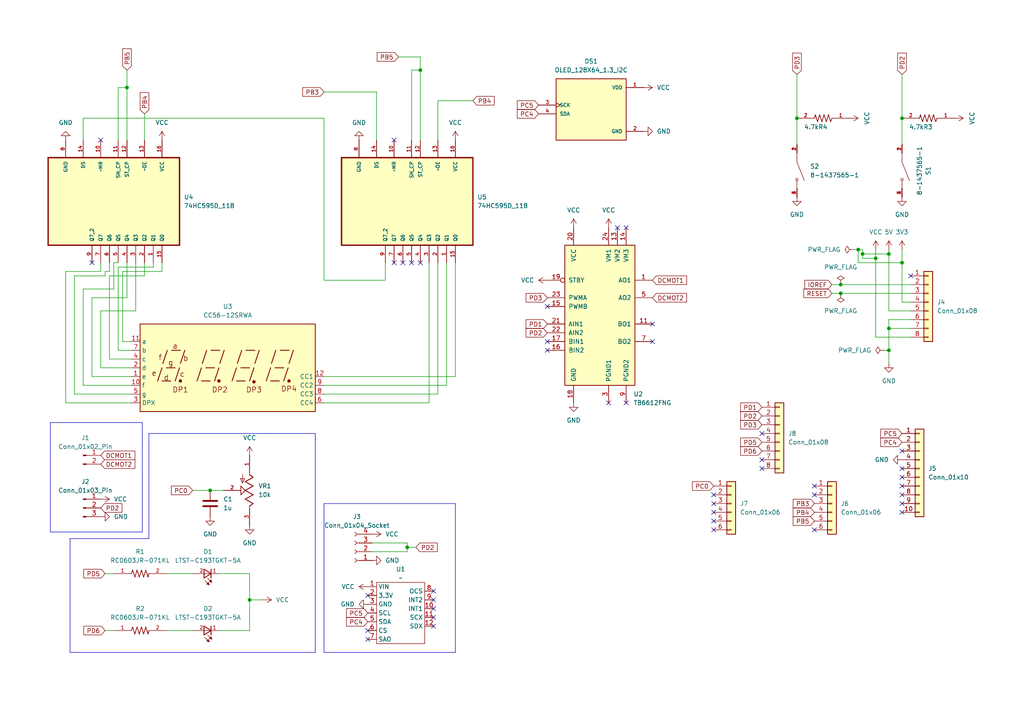
<source format=kicad_sch>
(kicad_sch (version 20250114) (generator "eeschema") (generator_version "9.0")
  (paper "A4")
  (lib_symbols
    (symbol "3362P-1-103LF:3362P-1-103LF" (pin_names (offset 1.016))
      (property "Reference" "VR" (at -10.1818 2.5465 0))
      (property "Value" "3362P-1-103LF" (at -10.1645 -7.6423 0))
      (symbol "3362P-1-103LF_0_0"
        (pin passive line (at -10.16 0 0) (length 5.08) (name "~") (number "1"))
        (pin passive line (at 0 -7.62 90) (length 5.08) (name "~") (number "2"))
        (pin passive line (at 10.16 0 180) (length 5.08) (name "~") (number "3"))
      )
    )
    (symbol "74HC595D_118:74HC595D_118" (pin_names (offset 1.016))
      (property "Reference" "U" (at -5.0872 17.9578 0))
      (property "Value" "74HC595D_118" (at -3.6383 -27.6558 0))
      (symbol "74HC595D_118_0_0"
        (pin power_in line (at -17.78 10.16 0) (length 5.08) (name "VCC") (number "16"))
        (pin input line (at -17.78 5.08 0) (length 5.08) (name "~OE") (number "13"))
        (pin input line (at -17.78 0 0) (length 5.08) (name "ST_CP") (number "12"))
        (pin input line (at -17.78 -2.54 0) (length 5.08) (name "SH_CP") (number "11"))
        (pin input line (at -17.78 -7.62 0) (length 5.08) (name "~MR") (number "10"))
        (pin input line (at -17.78 -12.7 0) (length 5.08) (name "DS") (number "14"))
        (pin passive line (at -17.78 -17.78 0) (length 5.08) (name "GND") (number "8"))
        (pin output line (at 17.78 10.16 180) (length 5.08) (name "Q0") (number "15"))
        (pin output line (at 17.78 7.62 180) (length 5.08) (name "Q1") (number "1"))
        (pin output line (at 17.78 5.08 180) (length 5.08) (name "Q2") (number "2"))
        (pin output line (at 17.78 2.54 180) (length 5.08) (name "Q3") (number "3"))
        (pin output line (at 17.78 0 180) (length 5.08) (name "Q4") (number "4"))
        (pin output line (at 17.78 -2.54 180) (length 5.08) (name "Q5") (number "5"))
        (pin output line (at 17.78 -5.08 180) (length 5.08) (name "Q6") (number "6"))
        (pin output line (at 17.78 -7.62 180) (length 5.08) (name "Q7") (number "7"))
        (pin output line (at 17.78 -10.16 180) (length 5.08) (name "Q7_2") (number "9"))
      )
    )
    (symbol "8-1437565-1:8-1437565-1" (pin_names (offset 1.016))
      (property "Reference" "S" (at -2.54 2.54 0))
      (property "Value" "8-1437565-1" (at -2.54 -2.54 0))
      (symbol "8-1437565-1_0_0"
        (pin passive line (at -7.62 0 0) (length 2.54) (name "~") (number "1"))
        (pin passive line (at -7.62 0 0) (length 2.54) (name "~") (number "2"))
        (pin passive line (at 7.62 0 180) (length 2.54) (name "~") (number "3"))
        (pin passive line (at 7.62 0 180) (length 2.54) (name "~") (number "4"))
      )
    )
    (symbol "Connector:Conn_01x02_Pin" (pin_names (offset 1.016) (hide yes))
      (property "Reference" "J" (at 0 2.54 0))
      (property "Value" "Conn_01x02_Pin" (at 0 -5.08 0))
      (symbol "Conn_01x02_Pin_1_1"
        (pin passive line (at 5.08 0 180) (length 3.81) (name "Pin_1") (number "1"))
        (pin passive line (at 5.08 -2.54 180) (length 3.81) (name "Pin_2") (number "2"))
      )
    )
    (symbol "Connector:Conn_01x03_Pin" (pin_names (offset 1.016) (hide yes))
      (property "Reference" "J" (at 0 5.08 0))
      (property "Value" "Conn_01x03_Pin" (at 0 -5.08 0))
      (symbol "Conn_01x03_Pin_1_1"
        (pin passive line (at 5.08 2.54 180) (length 3.81) (name "Pin_1") (number "1"))
        (pin passive line (at 5.08 0 180) (length 3.81) (name "Pin_2") (number "2"))
        (pin passive line (at 5.08 -2.54 180) (length 3.81) (name "Pin_3") (number "3"))
      )
    )
    (symbol "Connector:Conn_01x04_Socket" (pin_names (offset 1.016) (hide yes))
      (property "Reference" "J" (at 0 5.08 0))
      (property "Value" "Conn_01x04_Socket" (at 0 -7.62 0))
      (symbol "Conn_01x04_Socket_1_1"
        (pin passive line (at -5.08 2.54 0) (length 3.81) (name "Pin_1") (number "1"))
        (pin passive line (at -5.08 0 0) (length 3.81) (name "Pin_2") (number "2"))
        (pin passive line (at -5.08 -2.54 0) (length 3.81) (name "Pin_3") (number "3"))
        (pin passive line (at -5.08 -5.08 0) (length 3.81) (name "Pin_4") (number "4"))
      )
    )
    (symbol "Connector_Generic:Conn_01x06" (pin_names (offset 1.016) (hide yes))
      (property "Reference" "J" (at 0 7.62 0))
      (property "Value" "Conn_01x06" (at 0 -10.16 0))
      (symbol "Conn_01x06_1_1"
        (pin passive line (at -5.08 5.08 0) (length 3.81) (name "Pin_1") (number "1"))
        (pin passive line (at -5.08 2.54 0) (length 3.81) (name "Pin_2") (number "2"))
        (pin passive line (at -5.08 0 0) (length 3.81) (name "Pin_3") (number "3"))
        (pin passive line (at -5.08 -2.54 0) (length 3.81) (name "Pin_4") (number "4"))
        (pin passive line (at -5.08 -5.08 0) (length 3.81) (name "Pin_5") (number "5"))
        (pin passive line (at -5.08 -7.62 0) (length 3.81) (name "Pin_6") (number "6"))
      )
    )
    (symbol "Connector_Generic:Conn_01x08" (pin_names (offset 1.016) (hide yes))
      (property "Reference" "J" (at 0 10.16 0))
      (property "Value" "Conn_01x08" (at 0 -12.7 0))
      (symbol "Conn_01x08_1_1"
        (pin passive line (at -5.08 7.62 0) (length 3.81) (name "Pin_1") (number "1"))
        (pin passive line (at -5.08 5.08 0) (length 3.81) (name "Pin_2") (number "2"))
        (pin passive line (at -5.08 2.54 0) (length 3.81) (name "Pin_3") (number "3"))
        (pin passive line (at -5.08 0 0) (length 3.81) (name "Pin_4") (number "4"))
        (pin passive line (at -5.08 -2.54 0) (length 3.81) (name "Pin_5") (number "5"))
        (pin passive line (at -5.08 -5.08 0) (length 3.81) (name "Pin_6") (number "6"))
        (pin passive line (at -5.08 -7.62 0) (length 3.81) (name "Pin_7") (number "7"))
        (pin passive line (at -5.08 -10.16 0) (length 3.81) (name "Pin_8") (number "8"))
      )
    )
    (symbol "Connector_Generic:Conn_01x10" (pin_names (offset 1.016) (hide yes))
      (property "Reference" "J" (at 0 12.7 0))
      (property "Value" "Conn_01x10" (at 0 -15.24 0))
      (symbol "Conn_01x10_1_1"
        (pin passive line (at -5.08 10.16 0) (length 3.81) (name "Pin_1") (number "1"))
        (pin passive line (at -5.08 7.62 0) (length 3.81) (name "Pin_2") (number "2"))
        (pin passive line (at -5.08 5.08 0) (length 3.81) (name "Pin_3") (number "3"))
        (pin passive line (at -5.08 2.54 0) (length 3.81) (name "Pin_4") (number "4"))
        (pin passive line (at -5.08 0 0) (length 3.81) (name "Pin_5") (number "5"))
        (pin passive line (at -5.08 -2.54 0) (length 3.81) (name "Pin_6") (number "6"))
        (pin passive line (at -5.08 -5.08 0) (length 3.81) (name "Pin_7") (number "7"))
        (pin passive line (at -5.08 -7.62 0) (length 3.81) (name "Pin_8") (number "8"))
        (pin passive line (at -5.08 -10.16 0) (length 3.81) (name "Pin_9") (number "9"))
        (pin passive line (at -5.08 -12.7 0) (length 3.81) (name "Pin_10") (number "10"))
      )
    )
    (symbol "Device:C" (pin_numbers (hide yes)) (pin_names (offset 0.254))
      (property "Reference" "C" (at 0.635 2.54 0))
      (property "Value" "C" (at 0.635 -2.54 0))
      (symbol "C_1_1"
        (pin passive line (at 0 3.81 270) (length 2.794) (name "~") (number "1"))
        (pin passive line (at 0 -3.81 90) (length 2.794) (name "~") (number "2"))
      )
    )
    (symbol "Display_Character:CC56-12SRWA"
      (property "Reference" "U" (at -24.13 13.97 0))
      (property "Value" "CC56-12SRWA" (at 17.78 13.97 0))
      (symbol "CC56-12SRWA_0_0"
        (text "e" (at -21.336 -1.524 0) (effects (font (size 1.524 1.524))))
        (text "f" (at -19.558 3.048 0) (effects (font (size 1.524 1.524))))
        (text "d" (at -17.78 -2.794 0) (effects (font (size 1.524 1.524))))
        (text "g" (at -16.51 1.524 0) (effects (font (size 1.524 1.524))))
        (text "a" (at -15.24 6.35 0) (effects (font (size 1.524 1.524))))
        (text "DP1" (at -13.716 -6.35 0) (effects (font (size 1.524 1.524))))
        (text "c" (at -13.208 -1.778 0) (effects (font (size 1.524 1.524))))
        (text "b" (at -12.192 2.794 0) (effects (font (size 1.524 1.524))))
        (text "DP2" (at -2.286 -6.35 0) (effects (font (size 1.524 1.524))))
        (text "DP3" (at 7.62 -6.35 0) (effects (font (size 1.524 1.524))))
        (text "DP4" (at 17.78 -6.096 0) (effects (font (size 1.524 1.524))))
      )
      (symbol "CC56-12SRWA_1_1"
        (pin input line (at -27.94 7.62 0) (length 2.54) (name "a") (number "11"))
        (pin input line (at -27.94 5.08 0) (length 2.54) (name "b") (number "7"))
        (pin input line (at -27.94 2.54 0) (length 2.54) (name "c") (number "4"))
        (pin input line (at -27.94 0 0) (length 2.54) (name "d") (number "2"))
        (pin input line (at -27.94 -2.54 0) (length 2.54) (name "e") (number "1"))
        (pin input line (at -27.94 -5.08 0) (length 2.54) (name "f") (number "10"))
        (pin input line (at -27.94 -7.62 0) (length 2.54) (name "g") (number "5"))
        (pin input line (at -27.94 -10.16 0) (length 2.54) (name "DPX") (number "3"))
        (pin input line (at 27.94 -2.54 180) (length 2.54) (name "CC1") (number "12"))
        (pin input line (at 27.94 -5.08 180) (length 2.54) (name "CC2") (number "9"))
        (pin input line (at 27.94 -7.62 180) (length 2.54) (name "CC3") (number "8"))
        (pin input line (at 27.94 -10.16 180) (length 2.54) (name "CC4") (number "6"))
      )
    )
    (symbol "Driver_Motor:TB6612FNG" (pin_names (offset 1.016))
      (property "Reference" "U" (at 11.43 17.78 0))
      (property "Value" "TB6612FNG" (at 11.43 15.24 0))
      (symbol "TB6612FNG_1_1"
        (pin input inverted (at -15.24 10.16 0) (length 5.08) (name "STBY") (number "19"))
        (pin input line (at -15.24 5.08 0) (length 5.08) (name "PWMA") (number "23"))
        (pin input line (at -15.24 2.54 0) (length 5.08) (name "PWMB") (number "15"))
        (pin input line (at -15.24 -2.54 0) (length 5.08) (name "AIN1") (number "21"))
        (pin input line (at -15.24 -5.08 0) (length 5.08) (name "AIN2") (number "22"))
        (pin input line (at -15.24 -7.62 0) (length 5.08) (name "BIN1") (number "17"))
        (pin input line (at -15.24 -10.16 0) (length 5.08) (name "BIN2") (number "16"))
        (pin power_in line (at -7.62 25.4 270) (length 5.08) (name "VCC") (number "20"))
        (pin power_in line (at -7.62 -25.4 90) (length 5.08) (name "GND") (number "18"))
        (pin power_in line (at 2.54 25.4 270) (length 5.08) (name "VM1") (number "24"))
        (pin power_in line (at 2.54 -25.4 90) (length 5.08) (name "PGND1") (number "3"))
        (pin passive line (at 2.54 -25.4 90) (length 5.08) (hide yes) (name "PGND1") (number "4"))
        (pin power_in line (at 5.08 25.4 270) (length 5.08) (name "VM2") (number "13"))
        (pin power_in line (at 7.62 25.4 270) (length 5.08) (name "VM3") (number "14"))
        (pin passive line (at 7.62 -25.4 90) (length 5.08) (hide yes) (name "PGND2") (number "10"))
        (pin power_in line (at 7.62 -25.4 90) (length 5.08) (name "PGND2") (number "9"))
        (pin output line (at 15.24 10.16 180) (length 5.08) (name "AO1") (number "1"))
        (pin passive line (at 15.24 10.16 180) (length 5.08) (hide yes) (name "AO1") (number "2"))
        (pin output line (at 15.24 5.08 180) (length 5.08) (name "AO2") (number "5"))
        (pin passive line (at 15.24 5.08 180) (length 5.08) (hide yes) (name "AO2") (number "6"))
        (pin output line (at 15.24 -2.54 180) (length 5.08) (name "BO1") (number "11"))
        (pin passive line (at 15.24 -2.54 180) (length 5.08) (hide yes) (name "BO1") (number "12"))
        (pin output line (at 15.24 -7.62 180) (length 5.08) (name "BO2") (number "7"))
        (pin passive line (at 15.24 -7.62 180) (length 5.08) (hide yes) (name "BO2") (number "8"))
      )
    )
    (symbol "LTST-C193TGKT-5A:LTST-C193TGKT-5A" (pin_names (offset 1.016))
      (property "Reference" "D" (at 2.5462 2.5462 0))
      (property "Value" "LTST-C193TGKT-5A" (at 2.5467 0 0))
      (symbol "LTST-C193TGKT-5A_0_0"
        (pin passive line (at 0 5.08 270) (length 5.08) (name "~") (number "2"))
        (pin passive line (at 0 -2.54 90) (length 2.54) (name "~") (number "1"))
      )
    )
    (symbol "MODBMI160:MODBMI160"
      (property "Reference" "U" (at 0 0 0))
      (symbol "MODBMI160_1_1"
        (pin power_in line (at -2.54 -2.54 0) (length 2.54) (name "VIN") (number "1"))
        (pin power_in line (at -2.54 -5.08 0) (length 2.54) (name "3.3V") (number "2"))
        (pin power_in line (at -2.54 -7.62 0) (length 2.54) (name "GND") (number "3"))
        (pin input line (at -2.54 -10.16 0) (length 2.54) (name "SCL") (number "4"))
        (pin bidirectional line (at -2.54 -12.7 0) (length 2.54) (name "SDA") (number "5"))
        (pin input line (at -2.54 -15.24 0) (length 2.54) (name "CS") (number "6"))
        (pin bidirectional line (at -2.54 -17.78 0) (length 2.54) (name "SAO") (number "7"))
        (pin bidirectional line (at 16.51 -3.81 180) (length 2.54) (name "OCS") (number "8"))
        (pin output line (at 16.51 -6.35 180) (length 2.54) (name "INT2") (number "9"))
        (pin output line (at 16.51 -8.89 180) (length 2.54) (name "INT1") (number "10"))
        (pin input line (at 16.51 -11.43 180) (length 2.54) (name "SCX") (number "11"))
        (pin bidirectional line (at 16.51 -13.97 180) (length 2.54) (name "SDX") (number "12"))
      )
    )
    (symbol "OLED_128X64_1.3_I2C:OLED_128X64_1.3_I2C" (pin_names (offset 1.016))
      (property "Reference" "DS" (at -10.16 10.922 0))
      (property "Value" "OLED_128X64_1.3_I2C" (at -10.16 -10.16 0))
      (symbol "OLED_128X64_1.3_I2C_0_0"
        (pin input clock (at -15.24 2.54 0) (length 5.08) (name "SCK") (number "3"))
        (pin bidirectional line (at -15.24 0 0) (length 5.08) (name "SDA") (number "4"))
        (pin power_in line (at 15.24 7.62 180) (length 5.08) (name "VDD") (number "1"))
        (pin power_in line (at 15.24 -5.08 180) (length 5.08) (name "GND") (number "2"))
      )
    )
    (symbol "RC0603JR-071KL:RC0603JR-071KL" (pin_names (offset 1.016))
      (property "Reference" "R" (at -3.81 1.4986 0))
      (property "Value" "RC0603JR-071KL" (at -3.81 -3.302 0))
      (symbol "RC0603JR-071KL_0_0"
        (pin passive line (at -7.62 0 0) (length 5.08) (name "~") (number "1"))
        (pin passive line (at 7.62 0 180) (length 5.08) (name "~") (number "2"))
      )
    )
    (symbol "power:GND" (power) (pin_numbers (hide yes)) (pin_names (offset 0) (hide yes))
      (property "Value" "GND" (at 0 -3.81 0))
      (symbol "GND_1_1"
        (pin power_in line (at 0 0 270) (length 0) (name "~") (number "1"))
      )
    )
    (symbol "power:PWR_FLAG" (power) (pin_numbers (hide yes)) (pin_names (offset 0) (hide yes))
      (property "Value" "PWR_FLAG" (at 0 3.81 0))
      (symbol "PWR_FLAG_0_0"
        (pin power_out line (at 0 0 90) (length 0) (name "~") (number "1"))
      )
    )
    (symbol "power:VCC" (power) (pin_numbers (hide yes)) (pin_names (offset 0) (hide yes))
      (property "Value" "VCC" (at 0 3.556 0))
      (symbol "VCC_1_1"
        (pin power_in line (at 0 0 90) (length 0) (name "~") (number "1"))
      )
    )
  )
  (rectangle (start 14.605 122.555) (end 41.275 154.305))
  (junction (at 257.81 95.25))
  (junction (at 254 74.93))
  (junction (at 250.19 73.66))
  (junction (at 257.81 73.66))
  (junction (at 60.96 142.24))
  (junction (at 257.81 101.6))
  (junction (at 36.83 25.4))
  (junction (at 243.84 82.55))
  (junction (at 118.11 158.75))
  (junction (at 248.92 72.39))
  (junction (at 243.84 85.09))
  (junction (at 72.39 173.99))
  (junction (at 231.14 34.29))
  (junction (at 121.92 20.32))
  (junction (at 261.62 76.2))
  (junction (at 261.62 34.29))
  (no_connect (at 181.61 66.04))
  (no_connect (at 125.73 176.53))
  (no_connect (at 207.01 146.05))
  (no_connect (at 261.62 135.89))
  (no_connect (at 220.98 125.73))
  (no_connect (at 207.01 153.67))
  (no_connect (at 106.68 172.72))
  (no_connect (at 264.16 80.01))
  (no_connect (at 207.01 143.51))
  (no_connect (at 29.21 40.64))
  (no_connect (at 189.23 99.06))
  (no_connect (at 207.01 151.13))
  (no_connect (at 114.3 40.64))
  (no_connect (at 119.38 76.2))
  (no_connect (at 158.75 88.9))
  (no_connect (at 261.62 148.59))
  (no_connect (at 176.53 116.84))
  (no_connect (at 261.62 146.05))
  (no_connect (at 261.62 140.97))
  (no_connect (at 220.98 135.89))
  (no_connect (at 179.07 66.04))
  (no_connect (at 220.98 133.35))
  (no_connect (at 261.62 130.81))
  (no_connect (at 158.75 101.6))
  (no_connect (at 121.92 76.2))
  (no_connect (at 116.84 76.2))
  (no_connect (at 125.73 181.61))
  (no_connect (at 189.23 93.98))
  (no_connect (at 125.73 171.45))
  (no_connect (at 236.22 140.97))
  (no_connect (at 125.73 173.99))
  (no_connect (at 158.75 99.06))
  (no_connect (at 181.61 116.84))
  (no_connect (at 26.67 76.2))
  (no_connect (at 236.22 153.67))
  (no_connect (at 106.68 185.42))
  (no_connect (at 236.22 143.51))
  (no_connect (at 125.73 179.07))
  (no_connect (at 114.3 76.2))
  (no_connect (at 106.68 182.88))
  (no_connect (at 261.62 143.51))
  (no_connect (at 261.62 138.43))
  (no_connect (at 207.01 148.59))
  (wire (pts (xy 21.59 80.01) (xy 21.59 114.3)))
  (wire (pts (xy 36.83 76.2) (xy 36.83 86.36)))
  (wire (pts (xy 261.62 72.39) (xy 261.62 76.2)))
  (wire (pts (xy 63.5 182.88) (xy 72.39 182.88)))
  (wire (pts (xy 115.57 16.51) (xy 121.92 16.51)))
  (wire (pts (xy 72.39 173.99) (xy 76.2 173.99)))
  (wire (pts (xy 24.13 111.76) (xy 38.1 111.76)))
  (wire (pts (xy 127 40.64) (xy 127 29.21)))
  (wire (pts (xy 60.96 142.24) (xy 64.77 142.24)))
  (wire (pts (xy 118.11 157.48) (xy 118.11 158.75)))
  (wire (pts (xy 256.54 101.6) (xy 257.81 101.6)))
  (wire (pts (xy 93.98 109.22) (xy 132.08 109.22)))
  (wire (pts (xy 254 74.93) (xy 254 97.79)))
  (wire (pts (xy 31.75 78.74) (xy 30.48 78.74)))
  (wire (pts (xy 19.05 78.74) (xy 19.05 116.84)))
  (wire (pts (xy 24.13 40.64) (xy 24.13 34.29)))
  (wire (pts (xy 231.14 34.29) (xy 231.14 41.91)))
  (wire (pts (xy 247.65 72.39) (xy 248.92 72.39)))
  (wire (pts (xy 24.13 83.82) (xy 24.13 111.76)))
  (wire (pts (xy 34.29 101.6) (xy 38.1 101.6)))
  (wire (pts (xy 124.46 116.84) (xy 93.98 116.84)))
  (wire (pts (xy 257.81 72.39) (xy 257.81 73.66)))
  (wire (pts (xy 264.16 87.63) (xy 261.62 87.63)))
  (wire (pts (xy 243.84 85.09) (xy 264.16 85.09)))
  (wire (pts (xy 119.38 40.64) (xy 119.38 20.32)))
  (wire (pts (xy 24.13 34.29) (xy 93.98 34.29)))
  (wire (pts (xy 48.26 166.37) (xy 55.88 166.37)))
  (wire (pts (xy 254 72.39) (xy 254 74.93)))
  (wire (pts (xy 29.21 106.68) (xy 38.1 106.68)))
  (polyline (pts (xy 77.47 125.73) (xy 91.44 125.73)))
  (wire (pts (xy 124.46 76.2) (xy 124.46 116.84)))
  (wire (pts (xy 257.81 95.25) (xy 257.81 101.6)))
  (wire (pts (xy 248.92 72.39) (xy 250.19 72.39)))
  (wire (pts (xy 241.3 82.55) (xy 243.84 82.55)))
  (polyline (pts (xy 132.08 189.23) (xy 132.08 146.05)))
  (wire (pts (xy 107.95 157.48) (xy 118.11 157.48)))
  (wire (pts (xy 41.91 76.2) (xy 41.91 80.01)))
  (wire (pts (xy 132.08 76.2) (xy 132.08 109.22)))
  (wire (pts (xy 35.56 78.74) (xy 35.56 99.06)))
  (wire (pts (xy 29.21 76.2) (xy 29.21 78.74)))
  (polyline (pts (xy 77.47 125.73) (xy 43.18 125.73)))
  (wire (pts (xy 41.91 33.02) (xy 41.91 40.64)))
  (wire (pts (xy 248.92 76.2) (xy 261.62 76.2)))
  (wire (pts (xy 26.67 86.36) (xy 26.67 109.22)))
  (wire (pts (xy 118.11 158.75) (xy 118.11 160.02)))
  (wire (pts (xy 120.65 158.75) (xy 118.11 158.75)))
  (wire (pts (xy 33.02 83.82) (xy 24.13 83.82)))
  (wire (pts (xy 41.91 80.01) (xy 31.75 80.01)))
  (wire (pts (xy 250.19 73.66) (xy 257.81 73.66)))
  (wire (pts (xy 93.98 34.29) (xy 93.98 81.28)))
  (wire (pts (xy 129.54 111.76) (xy 129.54 76.2)))
  (wire (pts (xy 111.76 81.28) (xy 111.76 76.2)))
  (wire (pts (xy 93.98 81.28) (xy 111.76 81.28)))
  (wire (pts (xy 109.22 40.64) (xy 109.22 26.67)))
  (wire (pts (xy 31.75 76.2) (xy 31.75 78.74)))
  (wire (pts (xy 34.29 25.4) (xy 36.83 25.4)))
  (wire (pts (xy 29.21 90.17) (xy 29.21 106.68)))
  (wire (pts (xy 21.59 114.3) (xy 38.1 114.3)))
  (wire (pts (xy 264.16 92.71) (xy 257.81 92.71)))
  (wire (pts (xy 231.14 21.59) (xy 231.14 34.29)))
  (wire (pts (xy 48.26 182.88) (xy 55.88 182.88)))
  (wire (pts (xy 243.84 82.55) (xy 264.16 82.55)))
  (wire (pts (xy 30.48 78.74) (xy 30.48 80.01)))
  (wire (pts (xy 121.92 40.64) (xy 121.92 20.32)))
  (wire (pts (xy 44.45 77.47) (xy 34.29 77.47)))
  (polyline (pts (xy 93.98 146.05) (xy 93.98 148.59)))
  (wire (pts (xy 44.45 76.2) (xy 44.45 77.47)))
  (wire (pts (xy 261.62 76.2) (xy 261.62 87.63)))
  (wire (pts (xy 36.83 20.32) (xy 36.83 25.4)))
  (wire (pts (xy 26.67 109.22) (xy 38.1 109.22)))
  (wire (pts (xy 127 29.21) (xy 137.16 29.21)))
  (wire (pts (xy 257.81 95.25) (xy 264.16 95.25)))
  (polyline (pts (xy 20.32 189.23) (xy 91.44 189.23)))
  (wire (pts (xy 261.62 34.29) (xy 261.62 41.91)))
  (wire (pts (xy 39.37 76.2) (xy 39.37 90.17)))
  (wire (pts (xy 72.39 173.99) (xy 72.39 166.37)))
  (wire (pts (xy 46.99 76.2) (xy 46.99 78.74)))
  (polyline (pts (xy 43.18 125.73) (xy 43.18 156.21)))
  (wire (pts (xy 241.3 85.09) (xy 243.84 85.09)))
  (wire (pts (xy 34.29 76.2) (xy 33.02 76.2)))
  (wire (pts (xy 264.16 97.79) (xy 254 97.79)))
  (wire (pts (xy 35.56 99.06) (xy 38.1 99.06)))
  (wire (pts (xy 127 114.3) (xy 93.98 114.3)))
  (wire (pts (xy 261.62 21.59) (xy 261.62 34.29)))
  (wire (pts (xy 250.19 73.66) (xy 250.19 74.93)))
  (wire (pts (xy 93.98 111.76) (xy 129.54 111.76)))
  (wire (pts (xy 34.29 77.47) (xy 34.29 101.6)))
  (wire (pts (xy 250.19 74.93) (xy 254 74.93)))
  (wire (pts (xy 29.21 78.74) (xy 19.05 78.74)))
  (wire (pts (xy 248.92 72.39) (xy 248.92 76.2)))
  (wire (pts (xy 55.88 142.24) (xy 60.96 142.24)))
  (wire (pts (xy 72.39 182.88) (xy 72.39 173.99)))
  (wire (pts (xy 119.38 20.32) (xy 121.92 20.32)))
  (wire (pts (xy 36.83 25.4) (xy 36.83 40.64)))
  (polyline (pts (xy 43.18 156.21) (xy 20.32 156.21)))
  (polyline (pts (xy 93.98 189.23) (xy 132.08 189.23)))
  (polyline (pts (xy 91.44 189.23) (xy 91.44 125.73)))
  (wire (pts (xy 107.95 160.02) (xy 118.11 160.02)))
  (wire (pts (xy 257.81 101.6) (xy 257.81 105.41)))
  (wire (pts (xy 30.48 80.01) (xy 21.59 80.01)))
  (polyline (pts (xy 93.98 148.59) (xy 93.98 189.23)))
  (wire (pts (xy 33.02 182.88) (xy 30.48 182.88)))
  (polyline (pts (xy 132.08 146.05) (xy 93.98 146.05)))
  (wire (pts (xy 36.83 86.36) (xy 26.67 86.36)))
  (wire (pts (xy 31.75 104.14) (xy 38.1 104.14)))
  (wire (pts (xy 127 76.2) (xy 127 114.3)))
  (wire (pts (xy 264.16 90.17) (xy 257.81 90.17)))
  (wire (pts (xy 33.02 76.2) (xy 33.02 83.82)))
  (wire (pts (xy 46.99 78.74) (xy 35.56 78.74)))
  (wire (pts (xy 19.05 116.84) (xy 38.1 116.84)))
  (wire (pts (xy 257.81 92.71) (xy 257.81 95.25)))
  (wire (pts (xy 39.37 90.17) (xy 29.21 90.17)))
  (wire (pts (xy 121.92 20.32) (xy 121.92 16.51)))
  (polyline (pts (xy 20.32 156.21) (xy 20.32 189.23)))
  (wire (pts (xy 72.39 166.37) (xy 63.5 166.37)))
  (wire (pts (xy 30.48 166.37) (xy 33.02 166.37)))
  (wire (pts (xy 257.81 73.66) (xy 257.81 90.17)))
  (wire (pts (xy 250.19 72.39) (xy 250.19 73.66)))
  (wire (pts (xy 93.98 26.67) (xy 109.22 26.67)))
  (wire (pts (xy 31.75 80.01) (xy 31.75 104.14)))
  (wire (pts (xy 34.29 40.64) (xy 34.29 25.4)))
  (global_label "PD1" (shape input) (at 158.75 93.98 180) (property "Intersheetrefs" "${INTERSHEET_REFS}" (effects (hide yes))))
  (global_label "PC4" (shape input) (at 106.68 180.34 180) (property "Intersheetrefs" "${INTERSHEET_REFS}" (effects (hide yes))))
  (global_label "PC5" (shape input) (at 261.62 125.73 180) (property "Intersheetrefs" "${INTERSHEET_REFS}" (effects (hide yes))))
  (global_label "RESET" (shape input) (at 241.3 85.09 180) (property "Intersheetrefs" "${INTERSHEET_REFS}" (effects (hide yes))))
  (global_label "PB5" (shape input) (at 36.83 20.32 90) (property "Intersheetrefs" "${INTERSHEET_REFS}" (effects (hide yes))))
  (global_label "PB4" (shape input) (at 236.22 148.59 180) (property "Intersheetrefs" "${INTERSHEET_REFS}" (effects (hide yes))))
  (global_label "PB4" (shape input) (at 137.16 29.21 0) (property "Intersheetrefs" "${INTERSHEET_REFS}" (effects (hide yes))))
  (global_label "PD3" (shape input) (at 220.98 123.19 180) (property "Intersheetrefs" "${INTERSHEET_REFS}" (effects (hide yes))))
  (global_label "PD2" (shape input) (at 120.65 158.75 0) (property "Intersheetrefs" "${INTERSHEET_REFS}" (effects (hide yes))))
  (global_label "PD1" (shape input) (at 220.98 118.11 180) (property "Intersheetrefs" "${INTERSHEET_REFS}" (effects (hide yes))))
  (global_label "PD5" (shape input) (at 220.98 128.27 180) (property "Intersheetrefs" "${INTERSHEET_REFS}" (effects (hide yes))))
  (global_label "IOREF" (shape input) (at 241.3 82.55 180) (property "Intersheetrefs" "${INTERSHEET_REFS}" (effects (hide yes))))
  (global_label "PB5" (shape input) (at 115.57 16.51 180) (property "Intersheetrefs" "${INTERSHEET_REFS}" (effects (hide yes))))
  (global_label "PC4" (shape input) (at 261.62 128.27 180) (property "Intersheetrefs" "${INTERSHEET_REFS}" (effects (hide yes))))
  (global_label "PC0" (shape input) (at 55.88 142.24 180) (property "Intersheetrefs" "${INTERSHEET_REFS}" (effects (hide yes))))
  (global_label "PB5" (shape input) (at 236.22 151.13 180) (property "Intersheetrefs" "${INTERSHEET_REFS}" (effects (hide yes))))
  (global_label "PB3" (shape input) (at 236.22 146.05 180) (property "Intersheetrefs" "${INTERSHEET_REFS}" (effects (hide yes))))
  (global_label "DCMOT1" (shape input) (at 29.21 132.08 0) (property "Intersheetrefs" "${INTERSHEET_REFS}" (effects (hide yes))))
  (global_label "PC5" (shape input) (at 106.68 177.8 180) (property "Intersheetrefs" "${INTERSHEET_REFS}" (effects (hide yes))))
  (global_label "PD6" (shape input) (at 30.48 182.88 180) (property "Intersheetrefs" "${INTERSHEET_REFS}" (effects (hide yes))))
  (global_label "DCMOT1" (shape input) (at 189.23 81.28 0) (property "Intersheetrefs" "${INTERSHEET_REFS}" (effects (hide yes))))
  (global_label "PD5" (shape input) (at 30.48 166.37 180) (property "Intersheetrefs" "${INTERSHEET_REFS}" (effects (hide yes))))
  (global_label "PD3" (shape input) (at 231.14 21.59 90) (property "Intersheetrefs" "${INTERSHEET_REFS}" (effects (hide yes))))
  (global_label "DCMOT2" (shape input) (at 189.23 86.36 0) (property "Intersheetrefs" "${INTERSHEET_REFS}" (effects (hide yes))))
  (global_label "PC0" (shape input) (at 207.01 140.97 180) (property "Intersheetrefs" "${INTERSHEET_REFS}" (effects (hide yes))))
  (global_label "PC5" (shape input) (at 156.21 30.48 180) (property "Intersheetrefs" "${INTERSHEET_REFS}" (effects (hide yes))))
  (global_label "PD2" (shape input) (at 29.21 147.32 0) (property "Intersheetrefs" "${INTERSHEET_REFS}" (effects (hide yes))))
  (global_label "PD2" (shape input) (at 220.98 120.65 180) (property "Intersheetrefs" "${INTERSHEET_REFS}" (effects (hide yes))))
  (global_label "PD6" (shape input) (at 220.98 130.81 180) (property "Intersheetrefs" "${INTERSHEET_REFS}" (effects (hide yes))))
  (global_label "PD2" (shape input) (at 158.75 96.52 180) (property "Intersheetrefs" "${INTERSHEET_REFS}" (effects (hide yes))))
  (global_label "PB4" (shape input) (at 41.91 33.02 90) (property "Intersheetrefs" "${INTERSHEET_REFS}" (effects (hide yes))))
  (global_label "PD3" (shape input) (at 158.75 86.36 180) (property "Intersheetrefs" "${INTERSHEET_REFS}" (effects (hide yes))))
  (global_label "PD2" (shape input) (at 261.62 21.59 90) (property "Intersheetrefs" "${INTERSHEET_REFS}" (effects (hide yes))))
  (global_label "DCMOT2" (shape input) (at 29.21 134.62 0) (property "Intersheetrefs" "${INTERSHEET_REFS}" (effects (hide yes))))
  (global_label "PB3" (shape input) (at 93.98 26.67 180) (property "Intersheetrefs" "${INTERSHEET_REFS}" (effects (hide yes))))
  (global_label "PC4" (shape input) (at 156.21 33.02 180) (property "Intersheetrefs" "${INTERSHEET_REFS}" (effects (hide yes))))
  (symbol (lib_id "RC0603JR-071KL:RC0603JR-071KL") (at 40.64 166.37 0) (unit 1)
    (property "Reference" "R1" (at 40.64 160.02 0))
    (property "Value" "RC0603JR-071KL" (at 40.64 162.56 0))
    (property "Footprint" "RC0603JR-071KL:RESC1607X60N" (effects (hide yes)))
    (property "MF" "Yageo" (effects (hide yes)))
    (property "Description_1" "1 kOhms ±5% 0.1W, 1/10W Chip Resistor 0603 (1608 Metric) Moisture Resistant Thick Film" (effects (hide yes)))
    (property "Package" "0603 Yageo" (effects (hide yes)))
    (property "Price" "None" (effects (hide yes)))
    (property "SnapEDA_Link" "https://www.snapeda.com/parts/RC0603JR-071KL/Yageo/view-part/?ref=snap" (effects (hide yes)))
    (property "MP" "RC0603JR-071KL" (effects (hide yes)))
    (property "Availability" "In Stock" (effects (hide yes)))
    (property "Check_prices" "https://www.snapeda.com/parts/RC0603JR-071KL/Yageo/view-part/?ref=eda" (effects (hide yes)))
  )
  (symbol (lib_id "power:GND") (at 257.81 105.41 0) (unit 1)
    (property "Reference" "#PWR024" (effects (hide yes)))
    (property "Value" "GND" (at 257.81 110.49 0))
    (property "Description" "Power symbol creates a global label with name \"GND\" , ground" (effects (hide yes)))
  )
  (symbol (lib_id "Connector:Conn_01x02_Pin") (at 24.13 132.08 0) (unit 1)
    (property "Reference" "J1" (at 24.765 127 0))
    (property "Value" "Conn_01x02_Pin" (at 24.765 129.54 0))
    (property "Footprint" "Connector_PinHeader_2.54mm:PinHeader_1x02_P2.54mm_Vertical" (effects (hide yes)))
    (property "Description" "Generic connector, single row, 01x02, script generated" (effects (hide yes)))
  )
  (symbol (lib_id "power:VCC") (at 158.75 81.28 90) (unit 1)
    (property "Reference" "#PWR028" (effects (hide yes)))
    (property "Value" "VCC" (at 154.94 81.2799 90) (effects (justify left)))
    (property "Description" "Power symbol creates a global label with name \"VCC\"" (effects (hide yes)))
  )
  (symbol (lib_id "power:VCC") (at 166.37 66.04 0) (unit 1)
    (property "Reference" "#PWR026" (effects (hide yes)))
    (property "Value" "VCC" (at 166.37 60.96 0))
    (property "Description" "Power symbol creates a global label with name \"VCC\"" (effects (hide yes)))
  )
  (symbol (lib_id "power:PWR_FLAG") (at 243.84 85.09 180) (unit 1)
    (property "Reference" "#FLG04" (effects (hide yes)))
    (property "Value" "PWR_FLAG" (at 243.84 90.17 0))
    (property "Description" "Special symbol for telling ERC where power comes from" (effects (hide yes)))
  )
  (symbol (lib_id "Device:C") (at 60.96 146.05 0) (unit 1)
    (property "Reference" "C1" (at 64.77 144.7799 0) (effects (justify left)))
    (property "Value" "1u" (at 64.77 147.3199 0) (effects (justify left)))
    (property "Footprint" "Capacitor_SMD:C_0504_1310Metric_Pad0.83x1.28mm_HandSolder" (effects (hide yes)))
    (property "Description" "Unpolarized capacitor" (effects (hide yes)))
  )
  (symbol (lib_id "LTST-C193TGKT-5A:LTST-C193TGKT-5A") (at 60.96 166.37 90) (unit 1)
    (property "Reference" "D1" (at 60.2996 160.02 90))
    (property "Value" "LTST-C193TGKT-5A" (at 60.2996 162.56 90))
    (property "Footprint" "LTST-C193TGKT-5A:0603" (effects (hide yes)))
    (property "MF" "Lite-On Inc." (effects (hide yes)))
    (property "Description_1" "Green 528nm LED Indication - Discrete 2.8V 0603 (1608 Metric)" (effects (hide yes)))
    (property "Package" "0603 Lite-On" (effects (hide yes)))
    (property "Price" "None" (effects (hide yes)))
    (property "SnapEDA_Link" "https://www.snapeda.com/parts/LTST-C193TGKT-5A/Lite-On/view-part/?ref=snap" (effects (hide yes)))
    (property "MP" "LTST-C193TGKT-5A" (effects (hide yes)))
    (property "Availability" "In Stock" (effects (hide yes)))
    (property "Check_prices" "https://www.snapeda.com/parts/LTST-C193TGKT-5A/Lite-On/view-part/?ref=eda" (effects (hide yes)))
  )
  (symbol (lib_id "Connector:Conn_01x03_Pin") (at 24.13 147.32 0) (unit 1)
    (property "Reference" "J2" (at 24.765 139.7 0))
    (property "Value" "Conn_01x03_Pin" (at 24.765 142.24 0))
    (property "Footprint" "Connector_PinHeader_2.54mm:PinHeader_1x03_P2.54mm_Vertical" (effects (hide yes)))
    (property "Description" "Generic connector, single row, 01x03, script generated" (effects (hide yes)))
  )
  (symbol (lib_id "power:VCC") (at 261.62 72.39 0) (unit 1)
    (property "Reference" "#PWR023" (effects (hide yes)))
    (property "Value" "3V3" (at 261.62 67.31 0))
    (property "Description" "Power symbol creates a global label with name \"VCC\"" (effects (hide yes)))
  )
  (symbol (lib_id "power:PWR_FLAG") (at 256.54 101.6 90) (unit 1)
    (property "Reference" "#FLG01" (effects (hide yes)))
    (property "Value" "PWR_FLAG" (at 252.73 101.5999 90) (effects (justify left)))
    (property "Description" "Special symbol for telling ERC where power comes from" (effects (hide yes)))
  )
  (symbol (lib_id "power:VCC") (at 46.99 40.64 0) (unit 1)
    (property "Reference" "#PWR08" (effects (hide yes)))
    (property "Value" "VCC" (at 46.99 35.56 0))
    (property "Description" "Power symbol creates a global label with name \"VCC\"" (effects (hide yes)))
  )
  (symbol (lib_id "8-1437565-1:8-1437565-1") (at 261.62 49.53 270) (unit 1)
    (property "Reference" "S1" (at 269.24 49.53 0))
    (property "Value" "8-1437565-1" (at 266.7 49.53 0))
    (property "Footprint" "8-1437565-1:SW_8-1437565-1" (effects (hide yes)))
    (property "Comment" "8-1437565-1" (effects (hide yes)))
    (property "MF" "TE Connectivity" (effects (hide yes)))
    (property "MAXIMUM_PACKAGE_HEIGHT" "1.50mm" (effects (hide yes)))
    (property "Package" "None" (effects (hide yes)))
    (property "Price" "None" (effects (hide yes)))
    (property "Check_prices" "https://www.snapeda.com/parts/8-1437565-1/TE+Connectivity+ALCOSWITCH+Switches/view-part/?ref=eda" (effects (hide yes)))
    (property "STANDARD" "Manufacturer Recommendations" (effects (hide yes)))
    (property "PARTREV" "H3" (effects (hide yes)))
    (property "SnapEDA_Link" "https://www.snapeda.com/parts/8-1437565-1/TE+Connectivity+ALCOSWITCH+Switches/view-part/?ref=snap" (effects (hide yes)))
    (property "MP" "8-1437565-1" (effects (hide yes)))
    (property "Description_1" "Switch Tactile OFF (ON) SPST Round Button Gull Wing 0.05A 24VDC 1.57N SMD T/R" (effects (hide yes)))
    (property "Availability" "In Stock" (effects (hide yes)))
    (property "MANUFACTURER" "TE" (effects (hide yes)))
  )
  (symbol (lib_id "power:GND") (at 19.05 40.64 180) (unit 1)
    (property "Reference" "#PWR09" (effects (hide yes)))
    (property "Value" "GND" (at 19.05 35.56 0))
    (property "Description" "Power symbol creates a global label with name \"GND\" , ground" (effects (hide yes)))
  )
  (symbol (lib_id "power:VCC") (at 106.68 170.18 90) (unit 1)
    (property "Reference" "#PWR016" (effects (hide yes)))
    (property "Value" "VCC" (at 102.87 170.1799 90) (effects (justify left)))
    (property "Description" "Power symbol creates a global label with name \"VCC\"" (effects (hide yes)))
  )
  (symbol (lib_id "MODBMI160:MODBMI160") (at 109.22 167.64 0) (unit 1)
    (property "Reference" "U1" (at 116.205 165.1 0))
    (property "Value" "~" (at 116.205 167.64 0))
    (property "Footprint" "MODBMI160:MODBMI160" (effects (hide yes)))
  )
  (symbol (lib_id "power:VCC") (at 276.86 34.29 270) (unit 1)
    (property "Reference" "#PWR014" (effects (hide yes)))
    (property "Value" "VCC" (at 281.94 34.29 0))
    (property "Description" "Power symbol creates a global label with name \"VCC\"" (effects (hide yes)))
  )
  (symbol (lib_id "Connector_Generic:Conn_01x06") (at 212.09 146.05 0) (unit 1)
    (property "Reference" "J7" (at 214.63 146.0499 0) (effects (justify left)))
    (property "Value" "Conn_01x06" (at 214.63 148.5899 0) (effects (justify left)))
    (property "Footprint" "Connector_PinHeader_2.54mm:PinHeader_1x06_P2.54mm_Vertical" (effects (hide yes)))
    (property "Description" "Generic connector, single row, 01x06, script generated (kicad-library-utils/schlib/autogen/connector/)" (effects (hide yes)))
  )
  (symbol (lib_id "74HC595D_118:74HC595D_118") (at 36.83 58.42 270) (unit 1)
    (property "Reference" "U4" (at 53.34 57.1499 90) (effects (justify left)))
    (property "Value" "74HC595D_118" (at 53.34 59.6899 90) (effects (justify left)))
    (property "Footprint" "74HC595D_118:SOIC127P600X175-16N" (effects (hide yes)))
    (property "MF" "Nexperia USA" (effects (hide yes)))
    (property "Description_1" "Shift Shift Register 1 Element 8 Bit 16-SO" (effects (hide yes)))
    (property "PACKAGE" "SOIC-16" (effects (hide yes)))
    (property "MPN" "74HC595D,118" (effects (hide yes)))
    (property "Price" "None" (effects (hide yes)))
    (property "Package" "SOIC-16 ON Semiconductor" (effects (hide yes)))
    (property "OC_FARNELL" "1826845" (effects (hide yes)))
    (property "SnapEDA_Link" "https://www.snapeda.com/parts/74HC595D,118/Nexperia/view-part/?ref=snap" (effects (hide yes)))
    (property "MP" "74HC595D,118" (effects (hide yes)))
    (property "SUPPLIER" "NXP Semiconductors" (effects (hide yes)))
    (property "OC_NEWARK" "78R6262" (effects (hide yes)))
    (property "Availability" "In Stock" (effects (hide yes)))
    (property "Check_prices" "https://www.snapeda.com/parts/74HC595D,118/Nexperia/view-part/?ref=eda" (effects (hide yes)))
  )
  (symbol (lib_id "8-1437565-1:8-1437565-1") (at 231.14 49.53 270) (unit 1)
    (property "Reference" "S2" (at 234.95 48.2599 90) (effects (justify left)))
    (property "Value" "8-1437565-1" (at 234.95 50.7999 90) (effects (justify left)))
    (property "Footprint" "8-1437565-1:SW_8-1437565-1" (effects (hide yes)))
    (property "Comment" "8-1437565-1" (effects (hide yes)))
    (property "MF" "TE Connectivity" (effects (hide yes)))
    (property "MAXIMUM_PACKAGE_HEIGHT" "1.50mm" (effects (hide yes)))
    (property "Package" "None" (effects (hide yes)))
    (property "Price" "None" (effects (hide yes)))
    (property "Check_prices" "https://www.snapeda.com/parts/8-1437565-1/TE+Connectivity+ALCOSWITCH+Switches/view-part/?ref=eda" (effects (hide yes)))
    (property "STANDARD" "Manufacturer Recommendations" (effects (hide yes)))
    (property "PARTREV" "H3" (effects (hide yes)))
    (property "SnapEDA_Link" "https://www.snapeda.com/parts/8-1437565-1/TE+Connectivity+ALCOSWITCH+Switches/view-part/?ref=snap" (effects (hide yes)))
    (property "MP" "8-1437565-1" (effects (hide yes)))
    (property "Description_1" "Switch Tactile OFF (ON) SPST Round Button Gull Wing 0.05A 24VDC 1.57N SMD T/R" (effects (hide yes)))
    (property "Availability" "In Stock" (effects (hide yes)))
    (property "MANUFACTURER" "TE" (effects (hide yes)))
  )
  (symbol (lib_id "power:VCC") (at 176.53 66.04 0) (unit 1)
    (property "Reference" "#PWR027" (effects (hide yes)))
    (property "Value" "VCC" (at 176.53 60.96 0))
    (property "Description" "Power symbol creates a global label with name \"VCC\"" (effects (hide yes)))
  )
  (symbol (lib_id "Connector_Generic:Conn_01x06") (at 241.3 146.05 0) (unit 1)
    (property "Reference" "J6" (at 243.84 146.0499 0) (effects (justify left)))
    (property "Value" "Conn_01x06" (at 243.84 148.5899 0) (effects (justify left)))
    (property "Footprint" "Connector_PinHeader_2.54mm:PinHeader_1x06_P2.54mm_Vertical" (effects (hide yes)))
    (property "Description" "Generic connector, single row, 01x06, script generated (kicad-library-utils/schlib/autogen/connector/)" (effects (hide yes)))
  )
  (symbol (lib_id "OLED_128X64_1.3_I2C:OLED_128X64_1.3_I2C") (at 171.45 33.02 0) (unit 1)
    (property "Reference" "DS1" (at 171.45 17.78 0))
    (property "Value" "OLED_128X64_1.3_I2C" (at 171.45 20.32 0))
    (property "Footprint" "OLED_128X64_1.3_I2C:LCD_OLED_128X64_1.3_I2C" (effects (hide yes)))
    (property "MF" "UNIVERSAL-SOLDER Electronics Ltd" (effects (hide yes)))
    (property "Description_1" "Non-Touch Graphic LCD Display Module Transmissive White OLED, Monochrome I2C 1.3 (33.02mm) 128 x 64" (effects (hide yes)))
    (property "Package" "None" (effects (hide yes)))
    (property "Price" "None" (effects (hide yes)))
    (property "Check_prices" "https://www.snapeda.com/parts/OLED%20128x64%201.3%22%20I2C/UNIVERSAL-SOLDER+Electronics+Ltd/view-part/?ref=eda" (effects (hide yes)))
    (property "STANDARD" "Manufacturer Recommendations" (effects (hide yes)))
    (property "PARTREV" "NA" (effects (hide yes)))
    (property "SnapEDA_Link" "https://www.snapeda.com/parts/OLED%20128x64%201.3%22%20I2C/UNIVERSAL-SOLDER+Electronics+Ltd/view-part/?ref=snap" (effects (hide yes)))
    (property "MP" "OLED 128x64 1.3&quot; I2C" (effects (hide yes)))
    (property "Availability" "Not in stock" (effects (hide yes)))
    (property "MANUFACTURER" "UNIVERSAL-SOLDER Electronics Ltd" (effects (hide yes)))
  )
  (symbol (lib_id "power:VCC") (at 29.21 144.78 270) (unit 1)
    (property "Reference" "#PWR017" (effects (hide yes)))
    (property "Value" "VCC" (at 33.02 144.7799 90) (effects (justify left)))
    (property "Description" "Power symbol creates a global label with name \"VCC\"" (effects (hide yes)))
  )
  (symbol (lib_id "power:VCC") (at 257.81 72.39 0) (unit 1)
    (property "Reference" "#PWR022" (effects (hide yes)))
    (property "Value" "5V" (at 257.81 67.31 0))
    (property "Description" "Power symbol creates a global label with name \"VCC\"" (effects (hide yes)))
  )
  (symbol (lib_id "power:GND") (at 166.37 116.84 0) (unit 1)
    (property "Reference" "#PWR025" (effects (hide yes)))
    (property "Value" "GND" (at 166.37 121.92 0))
    (property "Description" "Power symbol creates a global label with name \"GND\" , ground" (effects (hide yes)))
  )
  (symbol (lib_id "power:GND") (at 72.39 152.4 0) (unit 1)
    (property "Reference" "#PWR05" (effects (hide yes)))
    (property "Value" "GND" (at 72.39 157.48 0))
    (property "Description" "Power symbol creates a global label with name \"GND\" , ground" (effects (hide yes)))
  )
  (symbol (lib_id "3362P-1-103LF:3362P-1-103LF") (at 72.39 142.24 270) (unit 1)
    (property "Reference" "VR1" (at 74.93 140.9699 90) (effects (justify left)))
    (property "Value" "10k" (at 74.93 143.5099 90) (effects (justify left)))
    (property "Footprint" "3362P_1_103LF:TRIM_3362P-1-103LF" (effects (hide yes)))
    (property "PARTREV" "08/26/10" (effects (hide yes)))
    (property "MF" "Bourns" (effects (hide yes)))
    (property "MP" "3362P-1-205LF" (effects (hide yes)))
    (property "STANDARD" "Manufacturer Recommendation" (effects (hide yes)))
  )
  (symbol (lib_id "power:VCC") (at 186.69 25.4 270) (unit 1)
    (property "Reference" "#PWR01" (effects (hide yes)))
    (property "Value" "VCC" (at 190.5 25.3999 90) (effects (justify left)))
    (property "Description" "Power symbol creates a global label with name \"VCC\"" (effects (hide yes)))
  )
  (symbol (lib_id "power:GND") (at 106.68 175.26 270) (unit 1)
    (property "Reference" "#PWR015" (effects (hide yes)))
    (property "Value" "GND" (at 102.87 175.2599 90) (effects (justify right)))
    (property "Description" "Power symbol creates a global label with name \"GND\" , ground" (effects (hide yes)))
  )
  (symbol (lib_id "LTST-C193TGKT-5A:LTST-C193TGKT-5A") (at 60.96 182.88 90) (unit 1)
    (property "Reference" "D2" (at 60.2996 176.53 90))
    (property "Value" "LTST-C193TGKT-5A" (at 60.2996 179.07 90))
    (property "Footprint" "LTST-C193TGKT-5A:0603" (effects (hide yes)))
    (property "MF" "Lite-On Inc." (effects (hide yes)))
    (property "Description_1" "Green 528nm LED Indication - Discrete 2.8V 0603 (1608 Metric)" (effects (hide yes)))
    (property "Package" "0603 Lite-On" (effects (hide yes)))
    (property "Price" "None" (effects (hide yes)))
    (property "SnapEDA_Link" "https://www.snapeda.com/parts/LTST-C193TGKT-5A/Lite-On/view-part/?ref=snap" (effects (hide yes)))
    (property "MP" "LTST-C193TGKT-5A" (effects (hide yes)))
    (property "Availability" "In Stock" (effects (hide yes)))
    (property "Check_prices" "https://www.snapeda.com/parts/LTST-C193TGKT-5A/Lite-On/view-part/?ref=eda" (effects (hide yes)))
  )
  (symbol (lib_id "Connector_Generic:Conn_01x10") (at 266.7 135.89 0) (unit 1)
    (property "Reference" "J5" (at 269.24 135.8899 0) (effects (justify left)))
    (property "Value" "Conn_01x10" (at 269.24 138.4299 0) (effects (justify left)))
    (property "Footprint" "Connector_PinHeader_2.54mm:PinHeader_1x10_P2.54mm_Vertical" (effects (hide yes)))
    (property "Description" "Generic connector, single row, 01x10, script generated (kicad-library-utils/schlib/autogen/connector/)" (effects (hide yes)))
  )
  (symbol (lib_id "power:VCC") (at 132.08 40.64 0) (unit 1)
    (property "Reference" "#PWR07" (effects (hide yes)))
    (property "Value" "VCC" (at 132.08 35.56 0))
    (property "Description" "Power symbol creates a global label with name \"VCC\"" (effects (hide yes)))
  )
  (symbol (lib_id "power:GND") (at 29.21 149.86 90) (unit 1)
    (property "Reference" "#PWR018" (effects (hide yes)))
    (property "Value" "GND" (at 33.02 149.8599 90) (effects (justify right)))
    (property "Description" "Power symbol creates a global label with name \"GND\" , ground" (effects (hide yes)))
  )
  (symbol (lib_id "Driver_Motor:TB6612FNG") (at 173.99 91.44 0) (unit 1)
    (property "Reference" "U2" (at 183.7533 114.3 0) (effects (justify left)))
    (property "Value" "TB6612FNG" (at 183.7533 116.84 0) (effects (justify left)))
    (property "Footprint" "Package_SO:SSOP-24_5.3x8.2mm_P0.65mm" (effects (hide yes)))
    (property "Datasheet" "https://toshiba.semicon-storage.com/us/product/linear/motordriver/detail.TB6612FNG.html" (effects (hide yes)))
    (property "Description" "Driver IC for Dual DC motor, SSOP-24" (effects (hide yes)))
  )
  (symbol (lib_id "RC0603JR-071KL:RC0603JR-071KL") (at 40.64 182.88 0) (unit 1)
    (property "Reference" "R2" (at 40.64 176.53 0))
    (property "Value" "RC0603JR-071KL" (at 40.64 179.07 0))
    (property "Footprint" "RC0603JR-071KL:RESC1607X60N" (effects (hide yes)))
    (property "MF" "Yageo" (effects (hide yes)))
    (property "Description_1" "1 kOhms ±5% 0.1W, 1/10W Chip Resistor 0603 (1608 Metric) Moisture Resistant Thick Film" (effects (hide yes)))
    (property "Package" "0603 Yageo" (effects (hide yes)))
    (property "Price" "None" (effects (hide yes)))
    (property "SnapEDA_Link" "https://www.snapeda.com/parts/RC0603JR-071KL/Yageo/view-part/?ref=snap" (effects (hide yes)))
    (property "MP" "RC0603JR-071KL" (effects (hide yes)))
    (property "Availability" "In Stock" (effects (hide yes)))
    (property "Check_prices" "https://www.snapeda.com/parts/RC0603JR-071KL/Yageo/view-part/?ref=eda" (effects (hide yes)))
  )
  (symbol (lib_id "power:GND") (at 261.62 133.35 270) (unit 1)
    (property "Reference" "#PWR029" (effects (hide yes)))
    (property "Value" "GND" (at 257.81 133.3499 90) (effects (justify right)))
    (property "Description" "Power symbol creates a global label with name \"GND\" , ground" (effects (hide yes)))
  )
  (symbol (lib_id "power:PWR_FLAG") (at 247.65 72.39 90) (unit 1)
    (property "Reference" "#FLG02" (effects (hide yes)))
    (property "Value" "PWR_FLAG" (at 243.84 72.3899 90) (effects (justify left)))
    (property "Description" "Special symbol for telling ERC where power comes from" (effects (hide yes)))
  )
  (symbol (lib_id "power:GND") (at 231.14 57.15 0) (unit 1)
    (property "Reference" "#PWR012" (effects (hide yes)))
    (property "Value" "GND" (at 231.14 62.23 0))
    (property "Description" "Power symbol creates a global label with name \"GND\" , ground" (effects (hide yes)))
  )
  (symbol (lib_id "RC0603JR-071KL:RC0603JR-071KL") (at 269.24 34.29 180) (unit 1)
    (property "Reference" "R3" (at 270.5101 36.83 0) (effects (justify left)))
    (property "Value" "4.7k" (at 267.9701 36.83 0) (effects (justify left)))
    (property "Footprint" "OptoDevice:R_LDR_4.9x4.2mm_P2.54mm_Vertical" (effects (hide yes)))
    (property "MF" "Yageo" (effects (hide yes)))
    (property "Description_1" "1 kOhms ±5% 0.1W, 1/10W Chip Resistor 0603 (1608 Metric) Moisture Resistant Thick Film" (effects (hide yes)))
    (property "Package" "0603 Yageo" (effects (hide yes)))
    (property "Price" "None" (effects (hide yes)))
    (property "SnapEDA_Link" "https://www.snapeda.com/parts/RC0603JR-071KL/Yageo/view-part/?ref=snap" (effects (hide yes)))
    (property "MP" "RC0603JR-071KL" (effects (hide yes)))
    (property "Availability" "In Stock" (effects (hide yes)))
    (property "Check_prices" "https://www.snapeda.com/parts/RC0603JR-071KL/Yageo/view-part/?ref=eda" (effects (hide yes)))
  )
  (symbol (lib_id "power:GND") (at 186.69 38.1 90) (unit 1)
    (property "Reference" "#PWR02" (effects (hide yes)))
    (property "Value" "GND" (at 190.5 38.0999 90) (effects (justify right)))
    (property "Description" "Power symbol creates a global label with name \"GND\" , ground" (effects (hide yes)))
  )
  (symbol (lib_id "power:PWR_FLAG") (at 243.84 82.55 0) (unit 1)
    (property "Reference" "#FLG03" (effects (hide yes)))
    (property "Value" "PWR_FLAG" (at 243.84 77.47 0))
    (property "Description" "Special symbol for telling ERC where power comes from" (effects (hide yes)))
  )
  (symbol (lib_id "power:VCC") (at 76.2 173.99 270) (unit 1)
    (property "Reference" "#PWR03" (effects (hide yes)))
    (property "Value" "VCC" (at 80.01 173.9899 90) (effects (justify left)))
    (property "Description" "Power symbol creates a global label with name \"VCC\"" (effects (hide yes)))
  )
  (symbol (lib_id "Connector_Generic:Conn_01x08") (at 269.24 87.63 0) (unit 1)
    (property "Reference" "J4" (at 271.78 87.6299 0) (effects (justify left)))
    (property "Value" "Conn_01x08" (at 271.78 90.1699 0) (effects (justify left)))
    (property "Footprint" "Connector_PinHeader_2.54mm:PinHeader_1x08_P2.54mm_Vertical" (effects (hide yes)))
    (property "Description" "Generic connector, single row, 01x08, script generated (kicad-library-utils/schlib/autogen/connector/)" (effects (hide yes)))
  )
  (symbol (lib_id "74HC595D_118:74HC595D_118") (at 121.92 58.42 270) (unit 1)
    (property "Reference" "U5" (at 138.43 57.1499 90) (effects (justify left)))
    (property "Value" "74HC595D_118" (at 138.43 59.6899 90) (effects (justify left)))
    (property "Footprint" "74HC595D_118:SOIC127P600X175-16N" (effects (hide yes)))
    (property "MF" "Nexperia USA" (effects (hide yes)))
    (property "Description_1" "Shift Shift Register 1 Element 8 Bit 16-SO" (effects (hide yes)))
    (property "PACKAGE" "SOIC-16" (effects (hide yes)))
    (property "MPN" "74HC595D,118" (effects (hide yes)))
    (property "Price" "None" (effects (hide yes)))
    (property "Package" "SOIC-16 ON Semiconductor" (effects (hide yes)))
    (property "OC_FARNELL" "1826845" (effects (hide yes)))
    (property "SnapEDA_Link" "https://www.snapeda.com/parts/74HC595D,118/Nexperia/view-part/?ref=snap" (effects (hide yes)))
    (property "MP" "74HC595D,118" (effects (hide yes)))
    (property "SUPPLIER" "NXP Semiconductors" (effects (hide yes)))
    (property "OC_NEWARK" "78R6262" (effects (hide yes)))
    (property "Availability" "In Stock" (effects (hide yes)))
    (property "Check_prices" "https://www.snapeda.com/parts/74HC595D,118/Nexperia/view-part/?ref=eda" (effects (hide yes)))
  )
  (symbol (lib_id "power:GND") (at 107.95 162.56 90) (unit 1)
    (property "Reference" "#PWR019" (effects (hide yes)))
    (property "Value" "GND" (at 111.76 162.5599 90) (effects (justify right)))
    (property "Description" "Power symbol creates a global label with name \"GND\" , ground" (effects (hide yes)))
  )
  (symbol (lib_id "power:GND") (at 60.96 149.86 0) (unit 1)
    (property "Reference" "#PWR06" (effects (hide yes)))
    (property "Value" "GND" (at 60.96 154.94 0))
    (property "Description" "Power symbol creates a global label with name \"GND\" , ground" (effects (hide yes)))
  )
  (symbol (lib_id "power:VCC") (at 246.38 34.29 270) (unit 1)
    (property "Reference" "#PWR013" (effects (hide yes)))
    (property "Value" "VCC" (at 251.46 34.29 0))
    (property "Description" "Power symbol creates a global label with name \"VCC\"" (effects (hide yes)))
  )
  (symbol (lib_id "power:GND") (at 104.14 40.64 180) (unit 1)
    (property "Reference" "#PWR010" (effects (hide yes)))
    (property "Value" "GND" (at 104.14 35.56 0))
    (property "Description" "Power symbol creates a global label with name \"GND\" , ground" (effects (hide yes)))
  )
  (symbol (lib_id "Display_Character:CC56-12SRWA") (at 66.04 106.68 0) (unit 1)
    (property "Reference" "U3" (at 66.04 88.9 0))
    (property "Value" "CC56-12SRWA" (at 66.04 91.44 0))
    (property "Footprint" "Display_7Segment:CA56-12SRWA" (effects (hide yes)))
    (property "Datasheet" "http://www.kingbrightusa.com/images/catalog/SPEC/CC56-12SRWA.pdf" (effects (hide yes)))
    (property "Description" "4 digit 7 segment super bright red LED, common cathode" (effects (hide yes)))
  )
  (symbol (lib_id "power:VCC") (at 254 72.39 0) (unit 1)
    (property "Reference" "#PWR021" (effects (hide yes)))
    (property "Value" "VCC" (at 254 67.31 0))
    (property "Description" "Power symbol creates a global label with name \"VCC\"" (effects (hide yes)))
  )
  (symbol (lib_id "RC0603JR-071KL:RC0603JR-071KL") (at 238.76 34.29 180) (unit 1)
    (property "Reference" "R4" (at 240.0301 36.83 0) (effects (justify left)))
    (property "Value" "4.7k" (at 237.4901 36.83 0) (effects (justify left)))
    (property "Footprint" "RC0603JR-071KL:RESC1607X60N" (effects (hide yes)))
    (property "MF" "Yageo" (effects (hide yes)))
    (property "Description_1" "1 kOhms ±5% 0.1W, 1/10W Chip Resistor 0603 (1608 Metric) Moisture Resistant Thick Film" (effects (hide yes)))
    (property "Package" "0603 Yageo" (effects (hide yes)))
    (property "Price" "None" (effects (hide yes)))
    (property "SnapEDA_Link" "https://www.snapeda.com/parts/RC0603JR-071KL/Yageo/view-part/?ref=snap" (effects (hide yes)))
    (property "MP" "RC0603JR-071KL" (effects (hide yes)))
    (property "Availability" "In Stock" (effects (hide yes)))
    (property "Check_prices" "https://www.snapeda.com/parts/RC0603JR-071KL/Yageo/view-part/?ref=eda" (effects (hide yes)))
  )
  (symbol (lib_id "power:VCC") (at 107.95 154.94 270) (unit 1)
    (property "Reference" "#PWR020" (effects (hide yes)))
    (property "Value" "VCC" (at 111.76 154.9399 90) (effects (justify left)))
    (property "Description" "Power symbol creates a global label with name \"VCC\"" (effects (hide yes)))
  )
  (symbol (lib_id "power:VCC") (at 72.39 132.08 0) (unit 1)
    (property "Reference" "#PWR04" (effects (hide yes)))
    (property "Value" "VCC" (at 72.39 127 0))
    (property "Description" "Power symbol creates a global label with name \"VCC\"" (effects (hide yes)))
  )
  (symbol (lib_id "Connector_Generic:Conn_01x08") (at 226.06 125.73 0) (unit 1)
    (property "Reference" "J8" (at 228.6 125.7299 0) (effects (justify left)))
    (property "Value" "Conn_01x08" (at 228.6 128.2699 0) (effects (justify left)))
    (property "Footprint" "Connector_PinHeader_2.54mm:PinHeader_1x08_P2.54mm_Vertical" (effects (hide yes)))
    (property "Description" "Generic connector, single row, 01x08, script generated (kicad-library-utils/schlib/autogen/connector/)" (effects (hide yes)))
  )
  (symbol (lib_id "power:GND") (at 261.62 57.15 0) (unit 1)
    (property "Reference" "#PWR011" (effects (hide yes)))
    (property "Value" "GND" (at 261.62 62.23 0))
    (property "Description" "Power symbol creates a global label with name \"GND\" , ground" (effects (hide yes)))
  )
  (symbol (lib_id "Connector:Conn_01x04_Socket") (at 102.87 160.02 180) (unit 1)
    (property "Reference" "J3" (at 103.505 149.86 0))
    (property "Value" "Conn_01x04_Socket" (at 103.505 152.4 0))
    (property "Footprint" "Connector_PinHeader_2.54mm:PinHeader_1x04_P2.54mm_Vertical" (effects (hide yes)))
    (property "Description" "Generic connector, single row, 01x04, script generated" (effects (hide yes)))
  )
)
</source>
